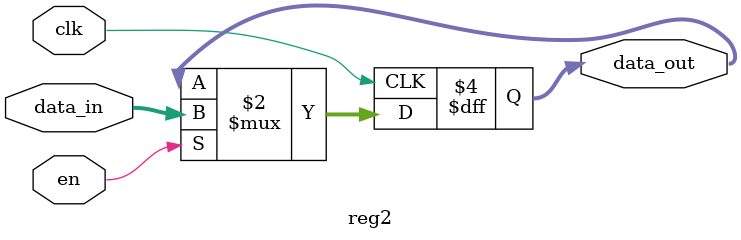
<source format=v>
`timescale 1ns / 1ps
module reg2(input wire [1:0] data_in,
input wire clk,
input wire en,
output reg [1:0] data_out);


always@(posedge clk)begin 

if(en)begin
  data_out <= data_in;
end

end

endmodule
</source>
